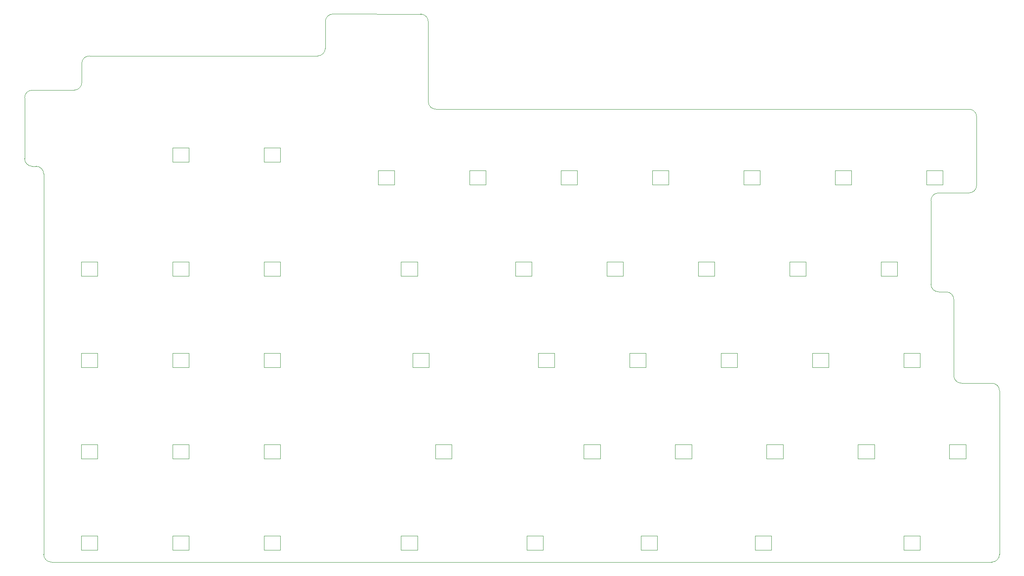
<source format=gm1>
%TF.GenerationSoftware,KiCad,Pcbnew,(6.0.5)*%
%TF.CreationDate,2022-07-14T01:39:24-06:00*%
%TF.ProjectId,kb,6b622e6b-6963-4616-945f-706362585858,rev?*%
%TF.SameCoordinates,Original*%
%TF.FileFunction,Profile,NP*%
%FSLAX46Y46*%
G04 Gerber Fmt 4.6, Leading zero omitted, Abs format (unit mm)*
G04 Created by KiCad (PCBNEW (6.0.5)) date 2022-07-14 01:39:24*
%MOMM*%
%LPD*%
G01*
G04 APERTURE LIST*
%TA.AperFunction,Profile*%
%ADD10C,0.100000*%
%TD*%
%TA.AperFunction,Profile*%
%ADD11C,0.120000*%
%TD*%
G04 APERTURE END LIST*
D10*
X25400000Y-58737500D02*
X34131250Y-58737500D01*
X37306250Y-51593750D02*
X69056250Y-51593750D01*
X27781250Y-76200000D02*
X27781250Y-79375000D01*
X107950000Y-44450000D02*
G75*
G03*
X106362500Y-42862500I-1603100J-15600D01*
G01*
X23812500Y-69056250D02*
X23812500Y-60325000D01*
X222250000Y-64293750D02*
X222250000Y-78581250D01*
X88122485Y-42846985D02*
X106362500Y-42862500D01*
X84915004Y-51593810D02*
G75*
G03*
X86486999Y-49990747I-25304J1597110D01*
G01*
X23812500Y-69056250D02*
X23812500Y-73025000D01*
X35718750Y-57150000D02*
X35718750Y-53181250D01*
X225425000Y-157162500D02*
G75*
G03*
X227012500Y-155575000I-100J1587600D01*
G01*
X217487550Y-102393750D02*
G75*
G03*
X215900000Y-100806250I-1587550J-50D01*
G01*
X227012448Y-121443749D02*
G75*
G03*
X225425000Y-119856251I-1570348J17149D01*
G01*
X37306250Y-51593750D02*
G75*
G03*
X35718750Y-53181250I0J-1587500D01*
G01*
X220662500Y-80168750D02*
X214312500Y-80168750D01*
X34131250Y-58737550D02*
G75*
G03*
X35718750Y-57150000I-50J1587550D01*
G01*
X27781274Y-155575000D02*
G75*
G03*
X29419893Y-157162500I1584326J-4100D01*
G01*
X109537500Y-62706249D02*
X220662500Y-62706250D01*
X212724950Y-99218750D02*
G75*
G03*
X214312500Y-100806250I1587550J50D01*
G01*
X217487500Y-102393750D02*
X217487500Y-118268750D01*
X107950001Y-61118750D02*
G75*
G03*
X109537500Y-62706249I1579249J-8250D01*
G01*
X217487450Y-118268750D02*
G75*
G03*
X219075000Y-119856250I1587550J50D01*
G01*
X69056250Y-51593750D02*
X84915003Y-51593750D01*
X214312500Y-80168800D02*
G75*
G03*
X212725000Y-81756250I0J-1587500D01*
G01*
X23812500Y-73025000D02*
G75*
G03*
X25400000Y-74612500I1587500J0D01*
G01*
X107950000Y-44450000D02*
X107950000Y-61118750D01*
X212725000Y-81756250D02*
X212725000Y-99218750D01*
X86487000Y-49990747D02*
X86487000Y-44434497D01*
X225425000Y-157162500D02*
X29419893Y-157162500D01*
X27781250Y-155575000D02*
X27781250Y-79375000D01*
X25400000Y-74612500D02*
X26193750Y-74612500D01*
X88122485Y-42846994D02*
G75*
G03*
X86487000Y-44434497I-17185J-1618506D01*
G01*
X214312500Y-100806250D02*
X215900000Y-100806250D01*
X222250050Y-64293750D02*
G75*
G03*
X220662500Y-62706250I-1587550J-50D01*
G01*
X220662500Y-80168700D02*
G75*
G03*
X222250000Y-78581250I0J1587500D01*
G01*
X219075000Y-119856250D02*
X225425000Y-119856250D01*
X27781200Y-76200000D02*
G75*
G03*
X26193750Y-74612500I-1587500J0D01*
G01*
X25400000Y-58737500D02*
G75*
G03*
X23812500Y-60325000I-20900J-1566600D01*
G01*
X227012500Y-121443750D02*
X227012500Y-155575000D01*
D11*
%TO.C,D110*%
X54656250Y-97543750D02*
X58056250Y-97543750D01*
X54656250Y-94543750D02*
X54656250Y-97543750D01*
X58056250Y-94543750D02*
X54656250Y-94543750D01*
X58056250Y-97543750D02*
X58056250Y-94543750D01*
%TO.C,D138*%
X73706250Y-154693750D02*
X77106250Y-154693750D01*
X73706250Y-151693750D02*
X73706250Y-154693750D01*
X77106250Y-151693750D02*
X73706250Y-151693750D01*
X77106250Y-154693750D02*
X77106250Y-151693750D01*
%TO.C,D101*%
X58056250Y-70731250D02*
X54656250Y-70731250D01*
X54656250Y-73731250D02*
X58056250Y-73731250D01*
X58056250Y-73731250D02*
X58056250Y-70731250D01*
X54656250Y-70731250D02*
X54656250Y-73731250D01*
%TO.C,D130*%
X109425000Y-132643750D02*
X109425000Y-135643750D01*
X112825000Y-132643750D02*
X109425000Y-132643750D01*
X112825000Y-135643750D02*
X112825000Y-132643750D01*
X109425000Y-135643750D02*
X112825000Y-135643750D01*
%TO.C,D117*%
X202293750Y-94543750D02*
X202293750Y-97543750D01*
X205693750Y-97543750D02*
X205693750Y-94543750D01*
X205693750Y-94543750D02*
X202293750Y-94543750D01*
X202293750Y-97543750D02*
X205693750Y-97543750D01*
%TO.C,D144*%
X215218750Y-75493750D02*
X211818750Y-75493750D01*
X215218750Y-78493750D02*
X215218750Y-75493750D01*
X211818750Y-78493750D02*
X215218750Y-78493750D01*
X211818750Y-75493750D02*
X211818750Y-78493750D01*
%TO.C,D106*%
X154668750Y-75493750D02*
X154668750Y-78493750D01*
X158068750Y-75493750D02*
X154668750Y-75493750D01*
X154668750Y-78493750D02*
X158068750Y-78493750D01*
X158068750Y-78493750D02*
X158068750Y-75493750D01*
%TO.C,D137*%
X54656250Y-154693750D02*
X58056250Y-154693750D01*
X54656250Y-151693750D02*
X54656250Y-154693750D01*
X58056250Y-154693750D02*
X58056250Y-151693750D01*
X58056250Y-151693750D02*
X54656250Y-151693750D01*
%TO.C,D128*%
X58056250Y-132643750D02*
X54656250Y-132643750D01*
X54656250Y-132643750D02*
X54656250Y-135643750D01*
X54656250Y-135643750D02*
X58056250Y-135643750D01*
X58056250Y-135643750D02*
X58056250Y-132643750D01*
%TO.C,D136*%
X35606250Y-151693750D02*
X35606250Y-154693750D01*
X39006250Y-154693750D02*
X39006250Y-151693750D01*
X39006250Y-151693750D02*
X35606250Y-151693750D01*
X35606250Y-154693750D02*
X39006250Y-154693750D01*
%TO.C,D109*%
X35606250Y-94543750D02*
X35606250Y-97543750D01*
X35606250Y-97543750D02*
X39006250Y-97543750D01*
X39006250Y-94543750D02*
X35606250Y-94543750D01*
X39006250Y-97543750D02*
X39006250Y-94543750D01*
%TO.C,D127*%
X39006250Y-135643750D02*
X39006250Y-132643750D01*
X39006250Y-132643750D02*
X35606250Y-132643750D01*
X35606250Y-132643750D02*
X35606250Y-135643750D01*
X35606250Y-135643750D02*
X39006250Y-135643750D01*
%TO.C,D119*%
X54656250Y-113593750D02*
X54656250Y-116593750D01*
X54656250Y-116593750D02*
X58056250Y-116593750D01*
X58056250Y-116593750D02*
X58056250Y-113593750D01*
X58056250Y-113593750D02*
X54656250Y-113593750D01*
%TO.C,D104*%
X116568750Y-75493750D02*
X116568750Y-78493750D01*
X119968750Y-75493750D02*
X116568750Y-75493750D01*
X116568750Y-78493750D02*
X119968750Y-78493750D01*
X119968750Y-78493750D02*
X119968750Y-75493750D01*
%TO.C,D114*%
X145143750Y-97543750D02*
X148543750Y-97543750D01*
X145143750Y-94543750D02*
X145143750Y-97543750D01*
X148543750Y-94543750D02*
X145143750Y-94543750D01*
X148543750Y-97543750D02*
X148543750Y-94543750D01*
%TO.C,D132*%
X162831250Y-135643750D02*
X162831250Y-132643750D01*
X159431250Y-132643750D02*
X159431250Y-135643750D01*
X162831250Y-132643750D02*
X159431250Y-132643750D01*
X159431250Y-135643750D02*
X162831250Y-135643750D01*
%TO.C,D108*%
X196168750Y-75493750D02*
X192768750Y-75493750D01*
X192768750Y-75493750D02*
X192768750Y-78493750D01*
X196168750Y-78493750D02*
X196168750Y-75493750D01*
X192768750Y-78493750D02*
X196168750Y-78493750D01*
%TO.C,D121*%
X108062500Y-116593750D02*
X108062500Y-113593750D01*
X108062500Y-113593750D02*
X104662500Y-113593750D01*
X104662500Y-113593750D02*
X104662500Y-116593750D01*
X104662500Y-116593750D02*
X108062500Y-116593750D01*
%TO.C,D112*%
X105681250Y-97543750D02*
X105681250Y-94543750D01*
X102281250Y-94543750D02*
X102281250Y-97543750D01*
X105681250Y-94543750D02*
X102281250Y-94543750D01*
X102281250Y-97543750D02*
X105681250Y-97543750D01*
%TO.C,D105*%
X139018750Y-78493750D02*
X139018750Y-75493750D01*
X135618750Y-78493750D02*
X139018750Y-78493750D01*
X139018750Y-75493750D02*
X135618750Y-75493750D01*
X135618750Y-75493750D02*
X135618750Y-78493750D01*
%TO.C,D125*%
X188006250Y-113593750D02*
X188006250Y-116593750D01*
X191406250Y-113593750D02*
X188006250Y-113593750D01*
X188006250Y-116593750D02*
X191406250Y-116593750D01*
X191406250Y-116593750D02*
X191406250Y-113593750D01*
%TO.C,D139*%
X105681250Y-151693750D02*
X102281250Y-151693750D01*
X105681250Y-154693750D02*
X105681250Y-151693750D01*
X102281250Y-154693750D02*
X105681250Y-154693750D01*
X102281250Y-151693750D02*
X102281250Y-154693750D01*
%TO.C,D113*%
X126093750Y-97543750D02*
X129493750Y-97543750D01*
X129493750Y-97543750D02*
X129493750Y-94543750D01*
X129493750Y-94543750D02*
X126093750Y-94543750D01*
X126093750Y-94543750D02*
X126093750Y-97543750D01*
%TO.C,D131*%
X143781250Y-132643750D02*
X140381250Y-132643750D01*
X143781250Y-135643750D02*
X143781250Y-132643750D01*
X140381250Y-132643750D02*
X140381250Y-135643750D01*
X140381250Y-135643750D02*
X143781250Y-135643750D01*
%TO.C,D135*%
X216581250Y-135643750D02*
X219981250Y-135643750D01*
X216581250Y-132643750D02*
X216581250Y-135643750D01*
X219981250Y-135643750D02*
X219981250Y-132643750D01*
X219981250Y-132643750D02*
X216581250Y-132643750D01*
%TO.C,D120*%
X73706250Y-116593750D02*
X77106250Y-116593750D01*
X77106250Y-116593750D02*
X77106250Y-113593750D01*
X77106250Y-113593750D02*
X73706250Y-113593750D01*
X73706250Y-113593750D02*
X73706250Y-116593750D01*
%TO.C,D143*%
X210456250Y-154693750D02*
X210456250Y-151693750D01*
X210456250Y-151693750D02*
X207056250Y-151693750D01*
X207056250Y-154693750D02*
X210456250Y-154693750D01*
X207056250Y-151693750D02*
X207056250Y-154693750D01*
%TO.C,D141*%
X152287500Y-151693750D02*
X152287500Y-154693750D01*
X155687500Y-154693750D02*
X155687500Y-151693750D01*
X155687500Y-151693750D02*
X152287500Y-151693750D01*
X152287500Y-154693750D02*
X155687500Y-154693750D01*
%TO.C,D126*%
X207056250Y-116593750D02*
X210456250Y-116593750D01*
X207056250Y-113593750D02*
X207056250Y-116593750D01*
X210456250Y-116593750D02*
X210456250Y-113593750D01*
X210456250Y-113593750D02*
X207056250Y-113593750D01*
%TO.C,D134*%
X197531250Y-132643750D02*
X197531250Y-135643750D01*
X200931250Y-135643750D02*
X200931250Y-132643750D01*
X200931250Y-132643750D02*
X197531250Y-132643750D01*
X197531250Y-135643750D02*
X200931250Y-135643750D01*
%TO.C,D116*%
X186643750Y-97543750D02*
X186643750Y-94543750D01*
X186643750Y-94543750D02*
X183243750Y-94543750D01*
X183243750Y-97543750D02*
X186643750Y-97543750D01*
X183243750Y-94543750D02*
X183243750Y-97543750D01*
%TO.C,D140*%
X131875000Y-151693750D02*
X128475000Y-151693750D01*
X131875000Y-154693750D02*
X131875000Y-151693750D01*
X128475000Y-151693750D02*
X128475000Y-154693750D01*
X128475000Y-154693750D02*
X131875000Y-154693750D01*
%TO.C,D124*%
X168956250Y-113593750D02*
X168956250Y-116593750D01*
X168956250Y-116593750D02*
X172356250Y-116593750D01*
X172356250Y-113593750D02*
X168956250Y-113593750D01*
X172356250Y-116593750D02*
X172356250Y-113593750D01*
%TO.C,D102*%
X73706250Y-70731250D02*
X73706250Y-73731250D01*
X77106250Y-73731250D02*
X77106250Y-70731250D01*
X73706250Y-73731250D02*
X77106250Y-73731250D01*
X77106250Y-70731250D02*
X73706250Y-70731250D01*
%TO.C,D123*%
X149906250Y-113593750D02*
X149906250Y-116593750D01*
X153306250Y-116593750D02*
X153306250Y-113593750D01*
X153306250Y-113593750D02*
X149906250Y-113593750D01*
X149906250Y-116593750D02*
X153306250Y-116593750D01*
%TO.C,D103*%
X97518750Y-78493750D02*
X100918750Y-78493750D01*
X97518750Y-75493750D02*
X97518750Y-78493750D01*
X100918750Y-75493750D02*
X97518750Y-75493750D01*
X100918750Y-78493750D02*
X100918750Y-75493750D01*
%TO.C,D142*%
X176100000Y-151693750D02*
X176100000Y-154693750D01*
X176100000Y-154693750D02*
X179500000Y-154693750D01*
X179500000Y-151693750D02*
X176100000Y-151693750D01*
X179500000Y-154693750D02*
X179500000Y-151693750D01*
%TO.C,D111*%
X73706250Y-94543750D02*
X73706250Y-97543750D01*
X73706250Y-97543750D02*
X77106250Y-97543750D01*
X77106250Y-94543750D02*
X73706250Y-94543750D01*
X77106250Y-97543750D02*
X77106250Y-94543750D01*
%TO.C,D118*%
X35606250Y-113593750D02*
X35606250Y-116593750D01*
X39006250Y-116593750D02*
X39006250Y-113593750D01*
X35606250Y-116593750D02*
X39006250Y-116593750D01*
X39006250Y-113593750D02*
X35606250Y-113593750D01*
%TO.C,D133*%
X181881250Y-135643750D02*
X181881250Y-132643750D01*
X178481250Y-135643750D02*
X181881250Y-135643750D01*
X178481250Y-132643750D02*
X178481250Y-135643750D01*
X181881250Y-132643750D02*
X178481250Y-132643750D01*
%TO.C,D107*%
X173718750Y-78493750D02*
X177118750Y-78493750D01*
X177118750Y-78493750D02*
X177118750Y-75493750D01*
X177118750Y-75493750D02*
X173718750Y-75493750D01*
X173718750Y-75493750D02*
X173718750Y-78493750D01*
%TO.C,D115*%
X167593750Y-94543750D02*
X164193750Y-94543750D01*
X164193750Y-97543750D02*
X167593750Y-97543750D01*
X164193750Y-94543750D02*
X164193750Y-97543750D01*
X167593750Y-97543750D02*
X167593750Y-94543750D01*
%TO.C,D122*%
X130856250Y-116593750D02*
X134256250Y-116593750D01*
X134256250Y-116593750D02*
X134256250Y-113593750D01*
X134256250Y-113593750D02*
X130856250Y-113593750D01*
X130856250Y-113593750D02*
X130856250Y-116593750D01*
%TO.C,D129*%
X77106250Y-135643750D02*
X77106250Y-132643750D01*
X77106250Y-132643750D02*
X73706250Y-132643750D01*
X73706250Y-135643750D02*
X77106250Y-135643750D01*
X73706250Y-132643750D02*
X73706250Y-135643750D01*
%TD*%
M02*

</source>
